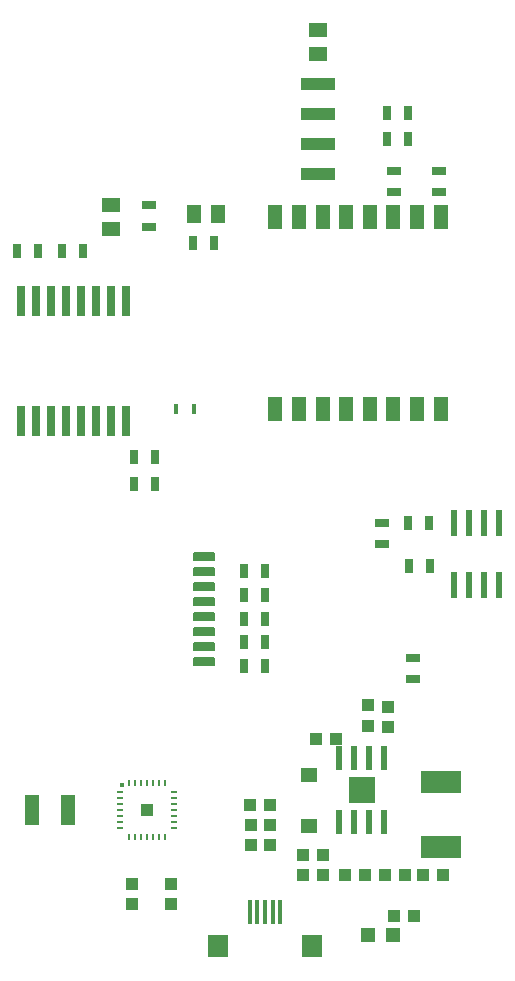
<source format=gtp>
G75*
G70*
%OFA0B0*%
%FSLAX24Y24*%
%IPPOS*%
%LPD*%
%AMOC8*
5,1,8,0,0,1.08239X$1,22.5*
%
%ADD10R,0.0472X0.0787*%
%ADD11C,0.0055*%
%ADD12R,0.0250X0.1000*%
%ADD13R,0.0160X0.0320*%
%ADD14R,0.0315X0.0472*%
%ADD15R,0.0157X0.0787*%
%ADD16R,0.0709X0.0748*%
%ADD17R,0.0394X0.0433*%
%ADD18R,0.0220X0.0102*%
%ADD19R,0.0394X0.0394*%
%ADD20R,0.0118X0.0118*%
%ADD21R,0.0102X0.0220*%
%ADD22R,0.1181X0.0394*%
%ADD23R,0.0472X0.0315*%
%ADD24R,0.0630X0.0512*%
%ADD25R,0.0472X0.0472*%
%ADD26R,0.0500X0.1000*%
%ADD27R,0.0240X0.0870*%
%ADD28R,0.0512X0.0630*%
%ADD29R,0.0240X0.0810*%
%ADD30R,0.0900X0.0900*%
%ADD31R,0.0579X0.0500*%
%ADD32R,0.1350X0.0720*%
%ADD33R,0.0433X0.0394*%
D10*
X022988Y025768D03*
X023776Y025768D03*
X024563Y025768D03*
X025351Y025768D03*
X026138Y025768D03*
X026925Y025768D03*
X027713Y025768D03*
X028500Y025768D03*
X028500Y032146D03*
X027713Y032146D03*
X026925Y032146D03*
X026138Y032146D03*
X025351Y032146D03*
X024563Y032146D03*
X023776Y032146D03*
X022988Y032146D03*
D11*
X020937Y020948D02*
X020937Y020726D01*
X020283Y020726D01*
X020283Y020948D01*
X020937Y020948D01*
X020937Y020780D02*
X020283Y020780D01*
X020283Y020834D02*
X020937Y020834D01*
X020937Y020888D02*
X020283Y020888D01*
X020283Y020942D02*
X020937Y020942D01*
X020937Y020448D02*
X020937Y020226D01*
X020283Y020226D01*
X020283Y020448D01*
X020937Y020448D01*
X020937Y020280D02*
X020283Y020280D01*
X020283Y020334D02*
X020937Y020334D01*
X020937Y020388D02*
X020283Y020388D01*
X020283Y020442D02*
X020937Y020442D01*
X020937Y019948D02*
X020937Y019726D01*
X020283Y019726D01*
X020283Y019948D01*
X020937Y019948D01*
X020937Y019780D02*
X020283Y019780D01*
X020283Y019834D02*
X020937Y019834D01*
X020937Y019888D02*
X020283Y019888D01*
X020283Y019942D02*
X020937Y019942D01*
X020937Y019448D02*
X020937Y019226D01*
X020283Y019226D01*
X020283Y019448D01*
X020937Y019448D01*
X020937Y019280D02*
X020283Y019280D01*
X020283Y019334D02*
X020937Y019334D01*
X020937Y019388D02*
X020283Y019388D01*
X020283Y019442D02*
X020937Y019442D01*
X020937Y018948D02*
X020937Y018726D01*
X020283Y018726D01*
X020283Y018948D01*
X020937Y018948D01*
X020937Y018780D02*
X020283Y018780D01*
X020283Y018834D02*
X020937Y018834D01*
X020937Y018888D02*
X020283Y018888D01*
X020283Y018942D02*
X020937Y018942D01*
X020937Y018448D02*
X020937Y018226D01*
X020283Y018226D01*
X020283Y018448D01*
X020937Y018448D01*
X020937Y018280D02*
X020283Y018280D01*
X020283Y018334D02*
X020937Y018334D01*
X020937Y018388D02*
X020283Y018388D01*
X020283Y018442D02*
X020937Y018442D01*
X020937Y017948D02*
X020937Y017726D01*
X020283Y017726D01*
X020283Y017948D01*
X020937Y017948D01*
X020937Y017780D02*
X020283Y017780D01*
X020283Y017834D02*
X020937Y017834D01*
X020937Y017888D02*
X020283Y017888D01*
X020283Y017942D02*
X020937Y017942D01*
X020937Y017448D02*
X020937Y017226D01*
X020283Y017226D01*
X020283Y017448D01*
X020937Y017448D01*
X020937Y017280D02*
X020283Y017280D01*
X020283Y017334D02*
X020937Y017334D01*
X020937Y017388D02*
X020283Y017388D01*
X020283Y017442D02*
X020937Y017442D01*
D12*
X018026Y025346D03*
X017526Y025346D03*
X017026Y025346D03*
X016526Y025346D03*
X016026Y025346D03*
X015526Y025346D03*
X015026Y025346D03*
X014526Y025346D03*
X014526Y029346D03*
X015026Y029346D03*
X015526Y029346D03*
X016026Y029346D03*
X016526Y029346D03*
X017026Y029346D03*
X017526Y029346D03*
X018026Y029346D03*
D13*
X019673Y025744D03*
X020264Y025772D03*
D14*
X018985Y024161D03*
X018276Y024161D03*
X018276Y023256D03*
X018985Y023256D03*
X021937Y020343D03*
X022646Y020343D03*
X022646Y019555D03*
X021937Y019555D03*
X021937Y018768D03*
X022646Y018768D03*
X022646Y017980D03*
X021937Y017980D03*
X021937Y017193D03*
X022646Y017193D03*
X027449Y020539D03*
X028158Y020539D03*
X028118Y021957D03*
X027410Y021957D03*
X020953Y031287D03*
X020244Y031287D03*
X016583Y031012D03*
X015874Y031012D03*
X015087Y031012D03*
X014378Y031012D03*
X026701Y034752D03*
X027410Y034752D03*
X027410Y035618D03*
X026701Y035618D03*
D15*
X023158Y009004D03*
X022902Y009004D03*
X022646Y009004D03*
X022390Y009004D03*
X022134Y009004D03*
D16*
X021071Y007843D03*
X024221Y007843D03*
D17*
X023925Y010224D03*
X023925Y010894D03*
X024595Y010894D03*
X024595Y010224D03*
X025303Y010224D03*
X025973Y010224D03*
X026642Y010224D03*
X027311Y010224D03*
X027626Y008846D03*
X026957Y008846D03*
X022803Y011228D03*
X022173Y011228D03*
X022173Y011898D03*
X022154Y012547D03*
X022823Y012547D03*
X022803Y011898D03*
X026071Y015205D03*
X026071Y015874D03*
X019496Y009929D03*
X019496Y009260D03*
X018197Y009260D03*
X018197Y009929D03*
D18*
X017803Y011799D03*
X017803Y011996D03*
X017803Y012193D03*
X017803Y012390D03*
X017803Y012587D03*
X017803Y012783D03*
X017803Y012980D03*
X019614Y012980D03*
X019614Y012783D03*
X019614Y012587D03*
X019614Y012390D03*
X019614Y012193D03*
X019614Y011996D03*
X019614Y011799D03*
D19*
X018709Y012390D03*
D20*
X017882Y013217D03*
D21*
X018118Y013295D03*
X018315Y013295D03*
X018512Y013295D03*
X018709Y013295D03*
X018906Y013295D03*
X019103Y013295D03*
X019299Y013295D03*
X019299Y011484D03*
X019103Y011484D03*
X018906Y011484D03*
X018709Y011484D03*
X018512Y011484D03*
X018315Y011484D03*
X018118Y011484D03*
D22*
X024418Y033606D03*
X024418Y034606D03*
X024418Y035606D03*
X024418Y036606D03*
D23*
X026937Y033689D03*
X026937Y032980D03*
X028433Y032980D03*
X028433Y033689D03*
X018788Y032547D03*
X018788Y031839D03*
X026544Y021957D03*
X026544Y021248D03*
X027567Y017469D03*
X027567Y016760D03*
D24*
X017528Y031760D03*
X017528Y032547D03*
X024418Y037587D03*
X024418Y038374D03*
D25*
X026091Y008217D03*
X026918Y008217D03*
D26*
X014890Y012390D03*
X016071Y012390D03*
D27*
X028943Y019903D03*
X029443Y019903D03*
X029943Y019903D03*
X030443Y019903D03*
X030443Y021963D03*
X029943Y021963D03*
X029443Y021963D03*
X028943Y021963D03*
D28*
X021071Y032272D03*
X020284Y032272D03*
D29*
X025124Y014119D03*
X025624Y014119D03*
X026124Y014119D03*
X026624Y014119D03*
X026624Y011999D03*
X026124Y011999D03*
X025624Y011999D03*
X025124Y011999D03*
D30*
X025874Y013059D03*
D31*
X024103Y013551D03*
X024103Y011858D03*
D32*
X028512Y011142D03*
X028512Y013322D03*
D33*
X026740Y015165D03*
X026740Y015835D03*
X025028Y014752D03*
X024359Y014752D03*
X027902Y010224D03*
X028571Y010224D03*
M02*

</source>
